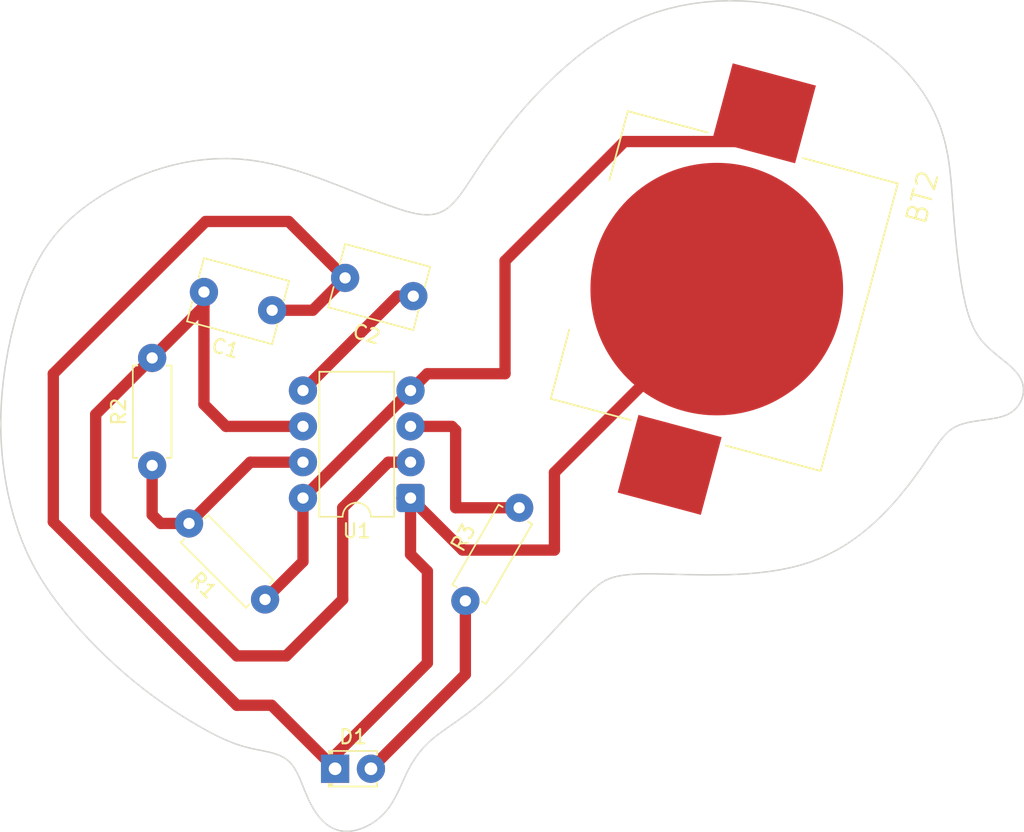
<source format=kicad_pcb>
(kicad_pcb (version 20241229) (generator "pcbnew") (generator_version "9.0")
  (layers (0 "F.Cu" signal) (2 "B.Cu" signal) (13 "F.Paste" user) (15 "B.Paste" user) (5 "F.SilkS" user "F.Silkscreen") (7 "B.SilkS" user "B.Silkscreen") (1 "F.Mask" user) (3 "B.Mask" user) (25 "Edge.Cuts" user))
  (net 0 "")
  (net 1 "GND")
  (net 2 "+3V0")
  (net 3 "Net-(U1-THR)")
  (net 4 "Net-(U1-CV)")
  (net 5 "Net-(D1-A)")
  (net 6 "Net-(U1-DIS)")
  (net 7 "Net-(U1-Q)")
  (footprint "Capacitor_THT:C_Disc_D6.0mm_W4.4mm_P5.00mm" (layer "F.Cu") (at 120.5 90.5 165)
    (property "Reference" "C2" (at 2.500002 -3.449999 165) (layer "F.SilkS"))
    (property "Value" "10n")
    (fp_line (start 5.62 -2.319998) (end 5.62 -0.835) (stroke (width 0.12)) (layer "F.SilkS"))
    (fp_line (start 5.62 0.835) (end 5.62 2.319998) (stroke (width 0.12)) (layer "F.SilkS"))
    (fp_line (start 5.62 2.319998) (end -0.620001 2.319998) (stroke (width 0.12)) (layer "F.SilkS"))
    (fp_line (start -0.619999 -2.32) (end 5.62 -2.319998) (stroke (width 0.12)) (layer "F.SilkS"))
    (fp_line (start -0.620001 -0.835002) (end -0.619999 -2.32) (stroke (width 0.12)) (layer "F.SilkS"))
    (fp_line (start -0.620001 2.319998) (end -0.619999 0.835) (stroke (width 0.12)) (layer "F.SilkS"))
    (pad "1" thru_hole circle (at 0 0 165) (size 2 2) (drill 0.8) (layers "*.Cu" "*.Mask") (net 4 "Net-(U1-CV)"))
    (pad "2" thru_hole circle (at 5 0 165) (size 2 2) (drill 0.8) (layers "*.Cu" "*.Mask") (net 1 "GND"))
  )
  (footprint "Resistor_THT:R_Axial_DIN0207_L6.3mm_D2.5mm_P7.62mm_Horizontal" (layer "F.Cu") (at 110 112 135)
    (property "Reference" "R1" (at 3.81 -2.370001 135) (layer "F.SilkS"))
    (property "Value" "R")
    (fp_line (start 7.079999 -1.37) (end 7.080001 -1.040001) (stroke (width 0.12)) (layer "F.SilkS"))
    (fp_line (start 7.080001 1.369999) (end 7.079999 1.039999) (stroke (width 0.12)) (layer "F.SilkS"))
    (fp_line (start 0.540001 -1.369999) (end 7.079999 -1.37) (stroke (width 0.12)) (layer "F.SilkS"))
    (fp_line (start 0.539998 -1.039999) (end 0.540001 -1.369999) (stroke (width 0.12)) (layer "F.SilkS"))
    (fp_line (start 0.539999 1.040001) (end 0.539999 1.370001) (stroke (width 0.12)) (layer "F.SilkS"))
    (fp_line (start 0.539999 1.370001) (end 7.080001 1.369999) (stroke (width 0.12)) (layer "F.SilkS"))
    (pad "1" thru_hole circle (at 0 0 135) (size 2 2) (drill 0.8) (layers "*.Cu" "*.Mask") (net 2 "+3V0"))
    (pad "2" thru_hole circle (at 7.62 0 135) (size 2 2) (drill 0.8) (layers "*.Cu" "*.Mask") (net 6 "Net-(U1-DIS)"))
  )
  (footprint "Resistor_THT:R_Axial_DIN0207_L6.3mm_D2.5mm_P7.62mm_Horizontal" (layer "F.Cu") (at 102 102.5 90)
    (property "Reference" "R2" (at 3.81 -2.37 90) (layer "F.SilkS"))
    (property "Value" "R")
    (fp_line (start 7.08 -1.370001) (end 7.080001 -1.040001) (stroke (width 0.12)) (layer "F.SilkS"))
    (fp_line (start 0.540001 -1.369999) (end 7.08 -1.370001) (stroke (width 0.12)) (layer "F.SilkS"))
    (fp_line (start 0.539999 -1.039999) (end 0.540001 -1.369999) (stroke (width 0.12)) (layer "F.SilkS"))
    (fp_line (start 0.54 1.040001) (end 0.539999 1.370001) (stroke (width 0.12)) (layer "F.SilkS"))
    (fp_line (start 7.08 1.369999) (end 7.08 1.039999) (stroke (width 0.12)) (layer "F.SilkS"))
    (fp_line (start 0.539999 1.370001) (end 7.08 1.369999) (stroke (width 0.12)) (layer "F.SilkS"))
    (pad "1" thru_hole circle (at 0 0 90) (size 2 2) (drill 0.8) (layers "*.Cu" "*.Mask") (net 6 "Net-(U1-DIS)"))
    (pad "2" thru_hole circle (at 7.62 0 90) (size 2 2) (drill 0.8) (layers "*.Cu" "*.Mask") (net 3 "Net-(U1-THR)"))
  )
  (footprint "Capacitor_THT:C_Disc_D6.0mm_W4.4mm_P5.00mm" (layer "F.Cu") (at 110.5 91.5 165)
    (property "Reference" "C1" (at 2.5 -3.449999 165) (layer "F.SilkS"))
    (property "Value" "C")
    (fp_line (start 5.62 -2.319998) (end 5.62 -0.835) (stroke (width 0.12)) (layer "F.SilkS"))
    (fp_line (start 5.62 0.835) (end 5.62 2.319998) (stroke (width 0.12)) (layer "F.SilkS"))
    (fp_line (start 5.62 2.319998) (end -0.619999 2.32) (stroke (width 0.12)) (layer "F.SilkS"))
    (fp_line (start -0.620001 -2.319998) (end 5.62 -2.319998) (stroke (width 0.12)) (layer "F.SilkS"))
    (fp_line (start -0.619999 -0.835) (end -0.620001 -2.319998) (stroke (width 0.12)) (layer "F.SilkS"))
    (fp_line (start -0.619999 2.32) (end -0.620001 0.835002) (stroke (width 0.12)) (layer "F.SilkS"))
    (pad "1" thru_hole circle (at 0 0 165) (size 2 2) (drill 0.8) (layers "*.Cu" "*.Mask") (net 1 "GND"))
    (pad "2" thru_hole circle (at 5 0 165) (size 2 2) (drill 0.8) (layers "*.Cu" "*.Mask") (net 3 "Net-(U1-THR)"))
  )
  (footprint "LED_THT:LED_D1.8mm_W3.3mm_H2.4mm" (layer "F.Cu") (at 114.959999 123.999998)
    (property "Reference" "D1" (at 1.27 -2.26 0) (layer "F.SilkS"))
    (property "Value" "LED")
    (fp_line (start -0.44 -1.26) (end 2.98 -1.26) (stroke (width 0.12)) (layer "F.SilkS"))
    (fp_line (start -0.44 -1.08) (end -0.44 -1.26) (stroke (width 0.12)) (layer "F.SilkS"))
    (fp_line (start -0.44 1.26) (end -0.439998 1.079999) (stroke (width 0.12)) (layer "F.SilkS"))
    (fp_line (start -0.320002 1.080001) (end -0.320001 1.260002) (stroke (width 0.12)) (layer "F.SilkS"))
    (fp_line (start -0.320001 -1.259998) (end -0.32 -1.080002) (stroke (width 0.12)) (layer "F.SilkS"))
    (fp_line (start -0.200001 1.080001) (end -0.2 1.26) (stroke (width 0.12)) (layer "F.SilkS"))
    (fp_line (start -0.2 -1.26) (end -0.199999 -1.079999) (stroke (width 0.12)) (layer "F.SilkS"))
    (fp_line (start 2.979999 0.986001) (end 2.98 1.26) (stroke (width 0.12)) (layer "F.SilkS"))
    (fp_line (start 2.98 -1.26) (end 2.98 -0.986) (stroke (width 0.12)) (layer "F.SilkS"))
    (fp_line (start 2.98 1.26) (end -0.44 1.26) (stroke (width 0.12)) (layer "F.SilkS"))
    (pad "1" thru_hole rect (at 0 0) (size 2 2) (drill 0.9) (layers "*.Cu" "*.Mask") (net 1 "GND"))
    (pad "2" thru_hole circle (at 2.540001 0.000002) (size 2 2) (drill 0.9) (layers "*.Cu" "*.Mask") (net 5 "Net-(D1-A)"))
  )
  (footprint "Resistor_THT:R_Axial_DIN0207_L6.3mm_D2.5mm_P7.62mm_Horizontal" (layer "F.Cu") (at 124.19 112.099114 60)
    (property "Reference" "R3" (at 3.809999 -2.370002 60) (layer "F.SilkS"))
    (property "Value" "R")
    (fp_line (start 0.540001 -1.369999) (end 7.079999 -1.370001) (stroke (width 0.12)) (layer "F.SilkS"))
    (fp_line (start 0.54 -1.039999) (end 0.540001 -1.369999) (stroke (width 0.12)) (layer "F.SilkS"))
    (fp_line (start 0.54 1.040001) (end 0.539999 1.370001) (stroke (width 0.12)) (layer "F.SilkS"))
    (fp_line (start 0.539999 1.370001) (end 7.080001 1.37) (stroke (width 0.12)) (layer "F.SilkS"))
    (fp_line (start 7.079999 -1.370001) (end 7.080001 -1.040001) (stroke (width 0.12)) (layer "F.SilkS"))
    (fp_line (start 7.080001 1.37) (end 7.08 1.04) (stroke (width 0.12)) (layer "F.SilkS"))
    (pad "1" thru_hole circle (at 0 0 60) (size 2 2) (drill 0.8) (layers "*.Cu" "*.Mask") (net 5 "Net-(D1-A)"))
    (pad "2" thru_hole circle (at 7.62 0 60) (size 2 2) (drill 0.8) (layers "*.Cu" "*.Mask") (net 7 "Net-(U1-Q)"))
  )
  (footprint "Package_DIP:DIP-8_W7.62mm" (layer "F.Cu") (at 120.305001 104.81 180)
    (property "Reference" "U1" (at 3.809997 -2.33 0) (layer "F.SilkS"))
    (property "Value" "TLC555xP")
    (fp_line (start 6.46 8.95) (end 6.46 -1.330001) (stroke (width 0.12)) (layer "F.SilkS"))
    (fp_line (start 6.46 -1.330001) (end 4.810004 -1.33) (stroke (width 0.12)) (layer "F.SilkS"))
    (fp_line (start 2.809999 -1.330001) (end 1.159997 -1.329997) (stroke (width 0.12)) (layer "F.SilkS"))
    (fp_line (start 1.159998 8.949999) (end 6.46 8.95) (stroke (width 0.12)) (layer "F.SilkS"))
    (fp_line (start 1.159997 -1.329997) (end 1.159998 8.949999) (stroke (width 0.12)) (layer "F.SilkS"))
    (fp_arc (start 4.810004 -1.33) (mid 3.81 -0.33) (end 2.809999 -1.330001) (stroke (width 0.12)) (layer "F.SilkS"))
    (pad "1" thru_hole roundrect (at 0 0 180) (size 2 2) (drill 0.8) (layers "*.Cu" "*.Mask") (roundrect_rratio 0.15625) (net 1 "GND"))
    (pad "2" thru_hole circle (at 0.000003 2.540002 180) (size 2 2) (drill 0.8) (layers "*.Cu" "*.Mask") (net 3 "Net-(U1-THR)"))
    (pad "3" thru_hole circle (at 0 5.08 180) (size 2 2) (drill 0.8) (layers "*.Cu" "*.Mask") (net 7 "Net-(U1-Q)"))
    (pad "4" thru_hole circle (at 0 7.62 180) (size 2 2) (drill 0.8) (layers "*.Cu" "*.Mask") (net 2 "+3V0"))
    (pad "5" thru_hole circle (at 7.62 7.62 180) (size 2 2) (drill 0.8) (layers "*.Cu" "*.Mask") (net 4 "Net-(U1-CV)"))
    (pad "6" thru_hole circle (at 7.620002 5.08 180) (size 2 2) (drill 0.8) (layers "*.Cu" "*.Mask") (net 3 "Net-(U1-THR)"))
    (pad "7" thru_hole circle (at 7.62 2.539999 180) (size 2 2) (drill 0.8) (layers "*.Cu" "*.Mask") (net 6 "Net-(U1-DIS)"))
    (pad "8" thru_hole circle (at 7.62 0 180) (size 2 2) (drill 0.8) (layers "*.Cu" "*.Mask") (net 2 "+3V0"))
  )
  (footprint "BAT-HLD-003-SMT:BAT_BAT-HLD-003-SMT" (layer "F.Cu") (at 142 90 -105)
    (property "Reference" "BT2" (at -10.055 -12.389001 75) (layer "F.SilkS") (effects (font (size 1.4 1.4))))
    (property "Value" "BAT-HLD-003-SMT")
    (fp_line (start 10.55 9.349998) (end 10.55 3.5) (stroke (width 0.127)) (layer "F.SilkS"))
    (fp_line (start 5.5 9.349999) (end 10.55 9.349998) (stroke (width 0.127)) (layer "F.SilkS"))
    (fp_line (start -10.550001 9.350002) (end -5.5 9.350001) (stroke (width 0.127)) (layer "F.SilkS"))
    (fp_line (start -10.550001 3.499998) (end -10.550001 9.350002) (stroke (width 0.127)) (layer "F.SilkS"))
    (fp_line (start -10.55 -3.5) (end -10.550001 -10.45) (stroke (width 0.127)) (layer "F.SilkS"))
    (fp_line (start 10.550001 -10.45) (end 10.550001 -3.499998) (stroke (width 0.127)) (layer "F.SilkS"))
    (fp_line (start -10.550001 -10.45) (end 10.550001 -10.45) (stroke (width 0.127)) (layer "F.SilkS"))
    (pad "N" smd circle (at 0 0 255) (size 17.9 17.9) (layers "F.Cu" "F.Mask") (net 1 "GND"))
    (pad "P1" smd rect (at -12.899998 0.000001 255) (size 5.7 6.1) (layers "F.Cu" "F.Mask" "F.Paste") (net 2 "+3V0"))
    (pad "P2" smd rect (at 12.899998 -0.000001 255) (size 5.7 6.1) (layers "F.Cu" "F.Mask" "F.Paste") (net 2 "+3V0"))
  )
  (gr_poly (pts (xy 143.752549 69.575349) (xy 144.603369 69.628681) (xy 145.441854 69.718698) (xy 146.265243 69.843539) (xy 147.07077 70.001342) (xy 147.85567 70.190248) (xy 148.617181 70.408395) (xy 149.352537 70.653922) (xy 150.059424 70.925013) (xy 150.737333 71.220027) (xy 151.386213 71.53737) (xy 152.006009 71.875446) (xy 152.596669 72.232662) (xy 153.15814 72.607421) (xy 153.69037 72.998131) (xy 154.193305 73.403194) (xy 154.666892 73.821018) (xy 155.111079 74.250007) (xy 155.525812 74.688566) (xy 155.911039 75.135101) (xy 156.266707 75.588017) (xy 156.592763 76.045719) (xy 156.889154 76.506612) (xy 157.155827 76.969101) (xy 157.393073 77.431866) (xy 157.602567 77.894682) (xy 157.786328 78.357604) (xy 157.946376 78.820683) (xy 158.084733 79.283975) (xy 158.203418 79.747531) (xy 158.304452 80.211407) (xy 158.389855 80.675653) (xy 158.461647 81.140326) (xy 158.521849 81.605477) (xy 158.615562 82.537428) (xy 158.7528 84.409424) (xy 158.825954 85.348402) (xy 158.909317 86.279719) (xy 159.002887 87.192318) (xy 159.106665 88.075143) (xy 159.220651 88.917138) (xy 159.344845 89.707244) (xy 159.479247 90.434406) (xy 159.623857 91.087568) (xy 159.699981 91.383357) (xy 159.778603 91.658996) (xy 159.859671 91.915602) (xy 159.943131 92.15429) (xy 160.02893 92.376177) (xy 160.117015 92.58238) (xy 160.207334 92.774015) (xy 160.299832 92.9522) (xy 160.394457 93.118049) (xy 160.491155 93.272681) (xy 160.589874 93.417211) (xy 160.69056 93.552757) (xy 160.793161 93.680434) (xy 160.897623 93.801359) (xy 161.003893 93.916649) (xy 161.111918 94.02742) (xy 161.221599 94.134648) (xy 161.332662 94.238737) (xy 161.444788 94.339956) (xy 161.557658 94.43857) (xy 161.784354 94.629044) (xy 162.0102 94.812287) (xy 162.449133 95.165588) (xy 162.657117 95.3399) (xy 162.757122 95.427401) (xy 162.854045 95.515488) (xy 162.947563 95.604408) (xy 163.03736 95.694337) (xy 163.123116 95.785437) (xy 163.204512 95.877865) (xy 163.28123 95.971781) (xy 163.352949 96.067346) (xy 163.419353 96.164718) (xy 163.48012 96.264057) (xy 163.534934 96.365523) (xy 163.583473 96.469274) (xy 163.625421 96.575472) (xy 163.660457 96.684275) (xy 163.688262 96.795842) (xy 163.708519 96.910334) (xy 163.720907 97.027909) (xy 163.725108 97.148728) (xy 163.720803 97.272781) (xy 163.707672 97.399386) (xy 163.685396 97.527692) (xy 163.653658 97.656849) (xy 163.612136 97.786005) (xy 163.560513 97.91431) (xy 163.49847 98.040914) (xy 163.463441 98.103312) (xy 163.425687 98.164966) (xy 163.385168 98.225769) (xy 163.341846 98.285616) (xy 163.295678 98.344398) (xy 163.246627 98.402012) (xy 163.194651 98.458349) (xy 163.139711 98.513304) (xy 163.081768 98.56677) (xy 163.02078 98.618642) (xy 162.956709 98.668812) (xy 162.889515 98.717175) (xy 162.819157 98.763623) (xy 162.745596 98.808052) (xy 162.668792 98.850354) (xy 162.588705 98.890423) (xy 162.505295 98.928153) (xy 162.418522 98.963437) (xy 162.235057 99.026627) (xy 162.039631 99.081044) (xy 161.833891 99.128124) (xy 161.619485 99.169303) (xy 161.171269 99.239696) (xy 160.708167 99.303709) (xy 160.243363 99.372825) (xy 160.014442 99.412886) (xy 159.790041 99.458528) (xy 159.571805 99.511189) (xy 159.361385 99.572303) (xy 159.160427 99.643305) (xy 158.970579 99.725632) (xy 158.792839 99.820579) (xy 158.625593 99.928888) (xy 158.466578 100.051159) (xy 158.313527 100.187996) (xy 158.164174 100.339999) (xy 158.016256 100.507771) (xy 157.867506 100.691914) (xy 157.715659 100.89303) (xy 157.393613 101.348588) (xy 157.031996 101.87926) (xy 156.612685 102.489861) (xy 156.117558 103.185209) (xy 155.531186 103.964193) (xy 154.848906 104.802033) (xy 154.471182 105.23343) (xy 154.068741 105.66803) (xy 153.641334 106.101996) (xy 153.188716 106.531489) (xy 152.710638 106.952674) (xy 152.206854 107.361712) (xy 151.677117 107.754768) (xy 151.12118 108.128003) (xy 150.538796 108.477581) (xy 149.929718 108.799664) (xy 149.293699 109.090416) (xy 148.630491 109.346) (xy 147.940682 109.563715) (xy 147.228175 109.745414) (xy 146.4977 109.894086) (xy 145.753986 110.012721) (xy 145.001762 110.104311) (xy 144.245757 110.171845) (xy 143.490698 110.218315) (xy 142.741317 110.246709) (xy 141.278499 110.261235) (xy 139.895133 110.239348) (xy 137.518086 110.182023) (xy 137.031282 110.181804) (xy 136.589556 110.190336) (xy 136.18974 110.207531) (xy 135.828666 110.233298) (xy 135.661668 110.249368) (xy 135.503168 110.267549) (xy 135.352771 110.287828) (xy 135.210079 110.310195) (xy 135.074698 110.334638) (xy 134.946231 110.361147) (xy 134.824282 110.38971) (xy 134.708457 110.420316) (xy 134.598358 110.452954) (xy 134.493589 110.487613) (xy 134.393756 110.524282) (xy 134.298462 110.56295) (xy 134.207311 110.603605) (xy 134.119907 110.646237) (xy 134.035854 110.690834) (xy 133.954757 110.737385) (xy 133.799845 110.836305) (xy 133.652004 110.942909) (xy 133.508067 111.057108) (xy 133.364866 111.178812) (xy 133.071196 111.445111) (xy 132.761595 111.744776) (xy 132.429847 112.081515) (xy 132.069734 112.459033) (xy 130.221315 114.451053) (xy 128.988746 115.760384) (xy 128.31169 116.461308) (xy 127.609252 117.170305) (xy 126.892779 117.870298) (xy 126.173623 118.544212) (xy 125.46313 119.174971) (xy 125.11468 119.468831) (xy 124.772651 119.745499) (xy 124.442008 120.002041) (xy 124.126266 120.238716) (xy 123.536489 120.663098) (xy 122.502755 121.390384) (xy 122.270324 121.562398) (xy 122.046796 121.735803) (xy 121.831418 121.913257) (xy 121.623441 122.097417) (xy 121.422115 122.29094) (xy 121.22669 122.496483) (xy 121.036415 122.716703) (xy 120.850541 122.954258) (xy 120.676913 123.195692) (xy 120.522262 123.426788) (xy 120.384169 123.649057) (xy 120.260214 123.864014) (xy 120.147979 124.073171) (xy 120.045043 124.278041) (xy 119.857391 124.680975) (xy 119.677902 125.084922) (xy 119.487221 125.501986) (xy 119.381634 125.719221) (xy 119.265991 125.944275) (xy 119.137871 126.178661) (xy 118.994856 126.423893) (xy 118.836267 126.66805) (xy 118.663997 126.897977) (xy 118.47948 127.113339) (xy 118.284151 127.313799) (xy 118.079445 127.499024) (xy 117.866796 127.668676) (xy 117.647639 127.822421) (xy 117.423407 127.959922) (xy 117.195537 128.080845) (xy 116.965461 128.184854) (xy 116.734616 128.271613) (xy 116.504435 128.340786) (xy 116.276352 128.392039) (xy 116.051803 128.425035) (xy 115.832222 128.439439) (xy 115.619044 128.434916) (xy 115.515272 128.425479) (xy 115.413446 128.411348) (xy 115.31355 128.392646) (xy 115.21557 128.369496) (xy 115.119491 128.342018) (xy 115.025299 128.310336) (xy 114.932978 128.274572) (xy 114.842514 128.234848) (xy 114.753892 128.191286) (xy 114.667097 128.144008) (xy 114.498931 128.038796) (xy 114.337898 127.920188) (xy 114.18388 127.789164) (xy 114.036758 127.6467) (xy 113.896415 127.493774) (xy 113.762734 127.331366) (xy 113.635595 127.160452) (xy 113.514882 126.98201) (xy 113.400476 126.797019) (xy 113.29226 126.606457) (xy 113.190115 126.411301) (xy 113.093788 126.212543) (xy 113.002477 126.011219) (xy 112.831153 125.60507) (xy 112.507426 124.808101) (xy 112.424962 124.618164) (xy 112.34001 124.434046) (xy 112.25163 124.256793) (xy 112.158885 124.087455) (xy 112.060837 123.927078) (xy 111.956546 123.776711) (xy 111.845075 123.637401) (xy 111.786354 123.57222) (xy 111.725486 123.510196) (xy 111.597106 123.3958) (xy 111.460318 123.293531) (xy 111.315772 123.202363) (xy 111.164113 123.121267) (xy 111.005991 123.049218) (xy 110.842053 122.985188) (xy 110.672947 122.928149) (xy 110.49932 122.877074) (xy 110.321821 122.830937) (xy 110.141096 122.788709) (xy 109.772563 122.711875) (xy 109.398904 122.638354) (xy 109.0253 122.559928) (xy 108.655107 122.469244) (xy 108.284356 122.362401) (xy 107.907238 122.236361) (xy 107.517946 122.088084) (xy 107.110673 121.914532) (xy 106.679611 121.712666) (xy 106.218954 121.479448) (xy 105.722894 121.211838) (xy 105.187525 120.907519) (xy 104.61653 120.567049) (xy 104.015482 120.191704) (xy 103.389958 119.782758) (xy 102.745531 119.341487) (xy 102.087778 118.869167) (xy 101.422272 118.367072) (xy 100.754588 117.836478) (xy 100.089944 117.27902) (xy 99.43211 116.697747) (xy 98.784486 116.09606) (xy 98.150474 115.477361) (xy 97.533475 114.84505) (xy 96.93689 114.20253) (xy 96.36412 113.553202) (xy 95.818568 112.900467) (xy 95.303001 112.246104) (xy 94.817634 111.585364) (xy 94.586143 111.250609) (xy 94.362042 110.911867) (xy 94.145278 110.568341) (xy 93.935798 110.219232) (xy 93.733549 109.863743) (xy 93.538477 109.501077) (xy 93.350529 109.130435) (xy 93.169651 108.751021) (xy 92.995792 108.362037) (xy 92.828896 107.962684) (xy 92.668911 107.552166) (xy 92.515784 107.129685) (xy 92.23053 106.247346) (xy 91.975901 105.317799) (xy 91.755298 104.344869) (xy 91.572124 103.332385) (xy 91.429782 102.284175) (xy 91.374985 101.747868) (xy 91.331673 101.204065) (xy 91.30027 100.653245) (xy 91.281201 100.095885) (xy 91.274892 99.532465) (xy 91.281769 98.963462) (xy 91.302122 98.389488) (xy 91.335713 97.811688) (xy 91.38217 97.231337) (xy 91.441121 96.649711) (xy 91.512194 96.068085) (xy 91.595015 95.487736) (xy 91.794419 94.33597) (xy 92.036356 93.204618) (xy 92.317848 92.103886) (xy 92.635919 91.04398) (xy 92.807741 90.532526) (xy 92.987592 90.035105) (xy 93.175409 89.552667) (xy 93.372369 89.084852) (xy 93.579962 88.630967) (xy 93.799676 88.190322) (xy 94.033001 87.762225) (xy 94.281424 87.345984) (xy 94.546434 86.940908) (xy 94.82952 86.546307) (xy 95.132172 86.161488) (xy 95.455877 85.785761) (xy 95.802125 85.418433) (xy 96.172404 85.058814) (xy 96.568202 84.706212) (xy 96.99101 84.359936) (xy 97.442314 84.019295) (xy 97.923605 83.683597) (xy 98.435882 83.352746) (xy 98.978195 83.029019) (xy 99.54911 82.715289) (xy 100.147191 82.414425) (xy 100.771003 82.129299) (xy 101.419111 81.862782) (xy 102.09008 81.617744) (xy 102.782474 81.397055) (xy 103.49486 81.203587) (xy 104.2258 81.040211) (xy 104.973861 80.909797) (xy 105.737606 80.815217) (xy 106.515602 80.75934) (xy 107.306412 80.745038) (xy 108.108602 80.775181) (xy 108.920736 80.85264) (xy 109.741005 80.978763) (xy 110.566109 81.1488) (xy 111.39238 81.356478) (xy 112.216151 81.595522) (xy 113.033752 81.859661) (xy 113.841517 82.14262) (xy 115.412865 82.739906) (xy 118.276128 83.884296) (xy 118.912332 84.123345) (xy 119.509355 84.331028) (xy 120.063529 84.501071) (xy 120.571186 84.627201) (xy 120.806617 84.671991) (xy 121.030198 84.704366) (xy 121.242627 84.724461) (xy 121.444603 84.732407) (xy 121.636822 84.728338) (xy 121.819983 84.712387) (xy 121.994783 84.684685) (xy 122.161921 84.645368) (xy 122.322094 84.594566) (xy 122.475999 84.532414) (xy 122.624336 84.459043) (xy 122.767801 84.374588) (xy 122.907092 84.27918) (xy 123.042908 84.172953) (xy 123.306902 83.928573) (xy 123.565367 83.642511) (xy 123.823885 83.31583) (xy 124.088038 82.949593) (xy 124.363409 82.544864) (xy 124.970134 81.624181) (xy 125.688719 80.562287) (xy 126.554392 79.373648) (xy 127.0422 78.743392) (xy 127.56467 78.09655) (xy 128.120315 77.43865) (xy 128.707646 76.775221) (xy 129.325175 76.111793) (xy 129.971414 75.453893) (xy 130.644873 74.807052) (xy 131.344066 74.176797) (xy 132.067503 73.568658) (xy 132.813697 72.988163) (xy 133.581158 72.440842) (xy 134.368399 71.932222) (xy 135.173931 71.467834) (xy 135.996266 71.053205) (xy 136.833697 70.692638) (xy 137.683672 70.385503) (xy 138.543427 70.12994) (xy 139.410199 69.924087) (xy 140.281222 69.766083) (xy 141.153733 69.654069) (xy 142.024967 69.586182) (xy 142.892161 69.560562)) (stroke (width 0.105833)) (fill no) (layer "Edge.Cuts"))
  (segment (start 95 96) (end 105.794095 85.205905) (width 0.8) (layer "F.Cu") (net 1))
  (segment (start 114.959999 123.999998) (end 110.460001 119.5) (width 0.8) (layer "F.Cu") (net 1))
  (segment (start 113.376276 91.5) (end 115.670371 89.205905) (width 0.8) (layer "F.Cu") (net 1))
  (segment (start 120.305001 104.81) (end 119.69 104.81) (width 0.8) (layer "F.Cu") (net 1))
  (segment (start 120.305001 104.81) (end 123.995001 108.5) (width 0.8) (layer "F.Cu") (net 1))
  (segment (start 121.5 116.5) (end 114.959999 123.040001) (width 0.8) (layer "F.Cu") (net 1))
  (segment (start 123.995001 108.5) (end 130.5 108.5) (width 0.8) (layer "F.Cu") (net 1))
  (segment (start 95 106.5) (end 95 96) (width 0.8) (layer "F.Cu") (net 1))
  (segment (start 120.305001 108.805001) (end 121.5 110) (width 0.8) (layer "F.Cu") (net 1))
  (segment (start 114.959999 123.040001) (end 114.959999 123.999998) (width 0.8) (layer "F.Cu") (net 1))
  (segment (start 111.670371 85.205905) (end 115.670371 89.205905) (width 0.8) (layer "F.Cu") (net 1))
  (segment (start 130.5 103) (end 141.5 92) (width 0.8) (layer "F.Cu") (net 1))
  (segment (start 105.794095 85.205905) (end 111.670371 85.205905) (width 0.8) (layer "F.Cu") (net 1))
  (segment (start 121.5 110) (end 121.5 116.5) (width 0.8) (layer "F.Cu") (net 1))
  (segment (start 130.5 108.5) (end 130.5 103) (width 0.8) (layer "F.Cu") (net 1))
  (segment (start 110.5 91.5) (end 113.376276 91.5) (width 0.8) (layer "F.Cu") (net 1))
  (segment (start 110.460001 119.5) (end 108 119.5) (width 0.8) (layer "F.Cu") (net 1))
  (segment (start 120.305001 104.81) (end 120.305001 108.805001) (width 0.8) (layer "F.Cu") (net 1))
  (segment (start 108 119.5) (end 95 106.5) (width 0.8) (layer "F.Cu") (net 1))
  (segment (start 110 112) (end 112.685001 109.314999) (width 0.8) (layer "F.Cu") (net 2))
  (segment (start 127 96) (end 121.495001 96) (width 0.8) (layer "F.Cu") (net 2))
  (segment (start 120.305001 97.19) (end 112.685001 104.81) (width 0.8) (layer "F.Cu") (net 2))
  (segment (start 135.460442 79.539558) (end 127 88) (width 0.8) (layer "F.Cu") (net 2))
  (segment (start 127 88) (end 127 96) (width 0.8) (layer "F.Cu") (net 2))
  (segment (start 144.838764 79.539558) (end 135.460442 79.539558) (width 0.8) (layer "F.Cu") (net 2))
  (segment (start 112.685001 109.314999) (end 112.685001 104.81) (width 0.8) (layer "F.Cu") (net 2))
  (segment (start 121.495001 96) (end 120.305001 97.19) (width 0.8) (layer "F.Cu") (net 2))
  (segment (start 112.684999 99.73) (end 107.23 99.73) (width 0.8) (layer "F.Cu") (net 3))
  (segment (start 105.670371 90.205905) (end 105.670371 91.209629) (width 0.8) (layer "F.Cu") (net 3))
  (segment (start 105.670371 98.170371) (end 105.670371 90.205905) (width 0.8) (layer "F.Cu") (net 3))
  (segment (start 111.5 116) (end 108 116) (width 0.8) (layer "F.Cu") (net 3))
  (segment (start 115.5 112) (end 111.5 116) (width 0.8) (layer "F.Cu") (net 3))
  (segment (start 120.304998 102.269998) (end 118.730002 102.269998) (width 0.8) (layer "F.Cu") (net 3))
  (segment (start 105.670371 91.209629) (end 102 94.88) (width 0.8) (layer "F.Cu") (net 3))
  (segment (start 98 106) (end 98 98.88) (width 0.8) (layer "F.Cu") (net 3))
  (segment (start 118.730002 102.269998) (end 115.5 105.5) (width 0.8) (layer "F.Cu") (net 3))
  (segment (start 98 98.88) (end 102 94.88) (width 0.8) (layer "F.Cu") (net 3))
  (segment (start 115.5 105.5) (end 115.5 112) (width 0.8) (layer "F.Cu") (net 3))
  (segment (start 108 116) (end 98 106) (width 0.8) (layer "F.Cu") (net 3))
  (segment (start 107.23 99.73) (end 105.670371 98.170371) (width 0.8) (layer "F.Cu") (net 3))
  (segment (start 112.685001 97.19) (end 119.375001 90.5) (width 0.8) (layer "F.Cu") (net 4))
  (segment (start 119.375001 90.5) (end 120.5 90.5) (width 0.8) (layer "F.Cu") (net 4))
  (segment (start 124.19 112.099114) (end 124.19 117.31) (width 0.8) (layer "F.Cu") (net 5))
  (segment (start 124.19 117.31) (end 117.5 124) (width 0.8) (layer "F.Cu") (net 5))
  (segment (start 102 106) (end 102 102.5) (width 0.8) (layer "F.Cu") (net 6))
  (segment (start 108.953691 102.270001) (end 112.685001 102.270001) (width 0.8) (layer "F.Cu") (net 6))
  (segment (start 104.611846 106.611846) (end 108.953691 102.270001) (width 0.8) (layer "F.Cu") (net 6))
  (segment (start 104.611846 106.611846) (end 102.611846 106.611846) (width 0.8) (layer "F.Cu") (net 6))
  (segment (start 102.611846 106.611846) (end 102 106) (width 0.8) (layer "F.Cu") (net 6))
  (segment (start 123.5 100) (end 123.5 105.5) (width 0.8) (layer "F.Cu") (net 7))
  (segment (start 123.23 99.73) (end 123.5 100) (width 0.8) (layer "F.Cu") (net 7))
  (segment (start 123.5 105.5) (end 128 105.5) (width 0.8) (layer "F.Cu") (net 7))
  (segment (start 120.305001 99.73) (end 123.23 99.73) (width 0.8) (layer "F.Cu") (net 7))
)
</source>
